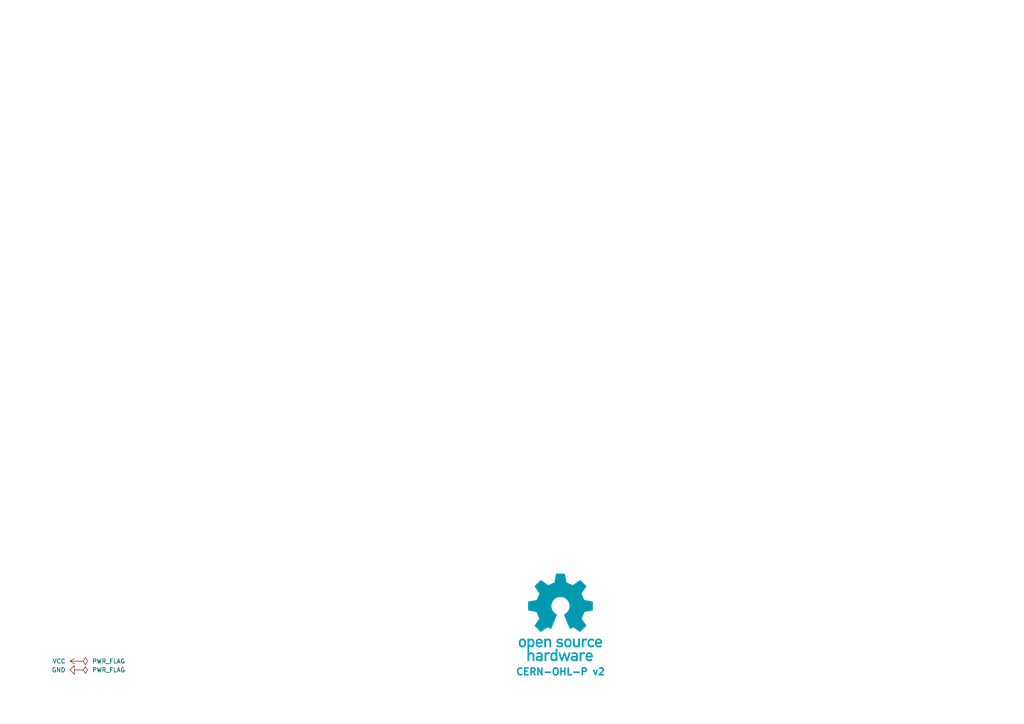
<source format=kicad_sch>
(kicad_sch (version 20231120) (generator "eeschema") (generator_version "8.0")
  (paper "A4")
  (lib_symbols
    (symbol "power:GND" (power) (pin_numbers hide) (pin_names (offset 0) hide)
      (property "Value" "GND" (at 0 -3.81 0))
      (symbol "GND_0_1"
        (polyline (pts (xy 0 0) (xy 0 -1.27) (xy 1.27 -1.27) (xy 0 -2.54) (xy -1.27 -1.27) (xy 0 -1.27)))
      )
      (symbol "GND_1_1"
        (pin power_in line (at 0 0 270) (length 0) (name "~") (number "1"))
      )
    )
    (symbol "power:PWR_FLAG" (power) (pin_numbers hide) (pin_names (offset 0) hide)
      (property "Value" "PWR_FLAG" (at 0 3.81 0))
      (symbol "PWR_FLAG_0_0"
        (pin power_out line (at 0 0 90) (length 0) (name "~") (number "1"))
      )
      (symbol "PWR_FLAG_0_1"
        (polyline (pts (xy 0 0) (xy 0 1.27) (xy -1.016 1.905) (xy 0 2.54) (xy 1.016 1.905) (xy 0 1.27)))
      )
    )
    (symbol "power:VCC" (power) (pin_numbers hide) (pin_names (offset 0) hide)
      (property "Value" "VCC" (at 0 3.556 0))
      (symbol "VCC_0_1"
        (polyline (pts (xy -0.762 1.27) (xy 0 2.54)))
        (polyline (pts (xy 0 0) (xy 0 2.54)))
        (polyline (pts (xy 0 2.54) (xy 0.762 1.27)))
      )
      (symbol "VCC_1_1"
        (pin power_in line (at 0 0 90) (length 0) (name "~") (number "1"))
      )
    )
  )
  (image (at 162.56 179.07) (scale 0.37481))
  (text "CERN-OHL-P v2" (at 162.56 195.072 0) (effects (font (size 2 2) (thickness 0.4) (bold yes))))
  (symbol (lib_id "power:VCC") (at 22.86 191.77 90) (unit 1)
    (property "Reference" "#PWR01" (effects (hide yes)))
    (property "Value" "VCC" (at 19.05 191.7699 90) (effects (justify left)))
    (property "Description" "Power symbol creates a global label with name \"VCC\"" (effects (hide yes)))
  )
  (symbol (lib_id "power:PWR_FLAG") (at 22.86 191.77 270) (unit 1)
    (property "Reference" "#FLG01" (effects (hide yes)))
    (property "Value" "PWR_FLAG" (at 26.67 191.7699 90) (effects (justify left)))
    (property "Description" "Special symbol for telling ERC where power comes from" (effects (hide yes)))
  )
  (symbol (lib_id "power:PWR_FLAG") (at 22.86 194.31 270) (unit 1)
    (property "Reference" "#FLG02" (effects (hide yes)))
    (property "Value" "PWR_FLAG" (at 26.67 194.3099 90) (effects (justify left)))
    (property "Description" "Special symbol for telling ERC where power comes from" (effects (hide yes)))
  )
  (symbol (lib_id "power:GND") (at 22.86 194.31 270) (unit 1)
    (property "Reference" "#PWR02" (effects (hide yes)))
    (property "Value" "GND" (at 19.05 194.3099 90) (effects (justify right)))
    (property "Description" "Power symbol creates a global label with name \"GND\" , ground" (effects (hide yes)))
  )
)
</source>
